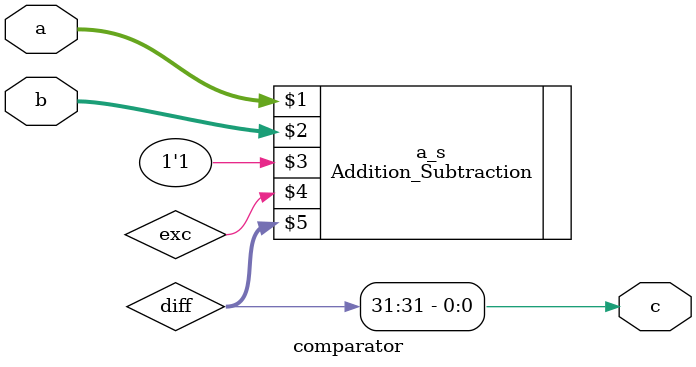
<source format=v>
`timescale 1ns / 1ps

module comparator (input [31:0]a,b, output c);

wire o,exc;

wire [31:0] diff; 

Addition_Subtraction a_s(a,b,1'b1,exc,diff);

assign c=diff[31];

endmodule

</source>
